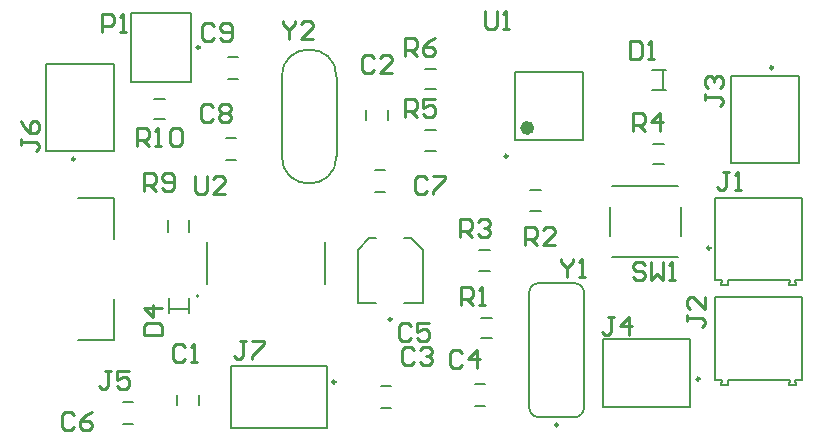
<source format=gto>
G04*
G04 #@! TF.GenerationSoftware,Altium Limited,Altium Designer,23.10.1 (27)*
G04*
G04 Layer_Color=65535*
%FSLAX44Y44*%
%MOMM*%
G71*
G04*
G04 #@! TF.SameCoordinates,6DCF6F86-7F1A-4F0B-A0EF-7BE1420FD810*
G04*
G04*
G04 #@! TF.FilePolarity,Positive*
G04*
G01*
G75*
%ADD10C,0.2500*%
%ADD11C,0.2000*%
%ADD12C,0.6000*%
%ADD13C,0.1270*%
%ADD14C,0.2540*%
D10*
X433200Y595630D02*
G03*
X433200Y595630I-1250J0D01*
G01*
X547980Y312420D02*
G03*
X547980Y312420I-1250J0D01*
G01*
X918360Y578420D02*
G03*
X918360Y578420I-1250J0D01*
G01*
X856330Y314960D02*
G03*
X856330Y314960I-1250J0D01*
G01*
X736580Y276110D02*
G03*
X736580Y276110I-1250J0D01*
G01*
X865510Y425810D02*
G03*
X865510Y425810I-1250J0D01*
G01*
X693730Y503600D02*
G03*
X693730Y503600I-1250J0D01*
G01*
X327470Y501080D02*
G03*
X327470Y501080I-1250J0D01*
G01*
X595610Y365400D02*
G03*
X595610Y365400I-1250J0D01*
G01*
D11*
X502530Y503710D02*
G03*
X549030Y503710I23250J0D01*
G01*
Y570710D02*
G03*
X502530Y570710I-23250J0D01*
G01*
X432400Y385250D02*
G03*
X432400Y385250I-1000J0D01*
G01*
X712080Y290860D02*
G03*
X720330Y282610I8250J0D01*
G01*
X750330Y282610D02*
G03*
X758580Y290860I0J8250D01*
G01*
Y387860D02*
G03*
X750330Y396110I-8250J0D01*
G01*
X720330Y396110D02*
G03*
X712080Y387860I0J-8250D01*
G01*
X374650Y566630D02*
Y624630D01*
X425450D01*
X374650Y566630D02*
X425450D01*
Y624630D01*
X394089Y552351D02*
X403556D01*
X394089Y534769D02*
X403556D01*
X549030Y503710D02*
Y570710D01*
X502530Y503710D02*
Y570710D01*
X456776Y568559D02*
X465244D01*
X456776Y587141D02*
X465244D01*
X455506Y499979D02*
X463974D01*
X455506Y518561D02*
X463974D01*
X540980Y273320D02*
Y326120D01*
X459780D02*
X540980D01*
X459780Y273320D02*
Y326120D01*
Y273320D02*
X540980D01*
X407540Y373940D02*
X423040D01*
X423790Y371190D02*
Y383190D01*
X406790Y371190D02*
Y383190D01*
X432201Y292946D02*
Y301414D01*
X413619Y292946D02*
Y301414D01*
X367876Y276459D02*
X376344D01*
X367876Y295041D02*
X376344D01*
X360830Y347910D02*
Y382610D01*
Y433610D02*
Y468310D01*
X330330Y347910D02*
X360830D01*
X330330Y468310D02*
X360830D01*
X869320Y398350D02*
Y468350D01*
X943320Y398350D02*
Y468350D01*
X869320D02*
X943320D01*
X931770Y394350D02*
X938270D01*
X937520Y398350D02*
X938270Y394350D01*
X931770D02*
X932520Y398350D01*
X937520D02*
X943320D01*
X880120D02*
X880870Y394350D01*
X874370D02*
X875120Y398350D01*
X874370Y394350D02*
X880870D01*
X869320Y398350D02*
X875120D01*
X880120D02*
X932520D01*
X940610Y497670D02*
Y571670D01*
X883110Y497670D02*
X940610D01*
X883110D02*
Y571670D01*
X940610D01*
X848330Y291460D02*
Y348960D01*
X774330D02*
X848330D01*
X774330Y291460D02*
Y348960D01*
Y291460D02*
X848330D01*
X424081Y439766D02*
Y449234D01*
X406499Y439766D02*
Y449234D01*
X869320Y313970D02*
Y383970D01*
X943320Y313970D02*
Y383970D01*
X869320D02*
X943320D01*
X931770Y309970D02*
X938270D01*
X937520Y313970D02*
X938270Y309970D01*
X931770D02*
X932520Y313970D01*
X937520D02*
X943320D01*
X880120D02*
X880870Y309970D01*
X874370D02*
X875120Y313970D01*
X874370Y309970D02*
X880870D01*
X869320Y313970D02*
X875120D01*
X880120D02*
X932520D01*
X758580Y290860D02*
Y387860D01*
X712080Y290860D02*
Y387860D01*
X720330Y396110D02*
X750330D01*
X720330Y282610D02*
X750330D01*
X750330Y282610D01*
X712816Y457299D02*
X722284D01*
X712816Y474881D02*
X722284D01*
X586794Y290429D02*
X595261D01*
X586794Y309011D02*
X595261D01*
X782010Y418310D02*
X838510D01*
X780260Y436060D02*
Y460560D01*
X782010Y478310D02*
X838510D01*
X840260Y436060D02*
Y460560D01*
X700480Y517600D02*
X757480D01*
X700480Y574600D02*
X757480D01*
X700480Y517600D02*
Y574600D01*
X757480Y517600D02*
Y574600D01*
X302720Y507830D02*
X360220D01*
Y581830D01*
X302720D02*
X360220D01*
X302720Y507830D02*
Y581830D01*
X611860Y433900D02*
X621860Y423900D01*
X566860D02*
X576860Y433900D01*
X606110D02*
X611860D01*
X576860D02*
X582610D01*
X621860Y378900D02*
Y423900D01*
X566860Y378900D02*
Y423900D01*
Y378900D02*
X582610D01*
X606110D02*
X621860D01*
X581236Y473309D02*
X589704D01*
X581236Y491891D02*
X589704D01*
X670906Y366931D02*
X680374D01*
X670906Y349349D02*
X680374D01*
X669679Y424081D02*
X679146D01*
X669679Y406499D02*
X679146D01*
X592221Y534246D02*
Y542714D01*
X573639Y534246D02*
Y542714D01*
X825220Y559940D02*
Y575440D01*
X815970Y576190D02*
X827970D01*
X815970Y559190D02*
X827970D01*
X816956Y514251D02*
X826424D01*
X816956Y496669D02*
X826424D01*
X623916Y525681D02*
X633384D01*
X623916Y508099D02*
X633384D01*
X623916Y577751D02*
X633384D01*
X623916Y560169D02*
X633384D01*
X666326Y291699D02*
X674794D01*
X666326Y310281D02*
X674794D01*
D12*
X713480Y527600D02*
G03*
X713480Y527600I-3000J0D01*
G01*
D13*
X438950Y395000D02*
Y430500D01*
X538950Y395000D02*
Y430500D01*
D14*
X350523Y608332D02*
Y623568D01*
X358141D01*
X360680Y621028D01*
Y615950D01*
X358141Y613411D01*
X350523D01*
X365758Y608332D02*
X370837D01*
X368298D01*
Y623568D01*
X365758Y621028D01*
X379736Y511813D02*
Y527048D01*
X387354D01*
X389893Y524508D01*
Y519430D01*
X387354Y516891D01*
X379736D01*
X384814D02*
X389893Y511813D01*
X394971D02*
X400050D01*
X397510D01*
Y527048D01*
X394971Y524508D01*
X407667D02*
X410206Y527048D01*
X415285D01*
X417824Y524508D01*
Y514352D01*
X415285Y511813D01*
X410206D01*
X407667Y514352D01*
Y524508D01*
X503936Y617977D02*
Y615438D01*
X509014Y610359D01*
X514093Y615438D01*
Y617977D01*
X509014Y610359D02*
Y602742D01*
X529328D02*
X519171D01*
X529328Y612899D01*
Y615438D01*
X526789Y617977D01*
X521710D01*
X519171Y615438D01*
X445513Y613406D02*
X442974Y615945D01*
X437895D01*
X435356Y613406D01*
Y603249D01*
X437895Y600710D01*
X442974D01*
X445513Y603249D01*
X450591D02*
X453130Y600710D01*
X458209D01*
X460748Y603249D01*
Y613406D01*
X458209Y615945D01*
X453130D01*
X450591Y613406D01*
Y610867D01*
X453130Y608327D01*
X460748D01*
X444243Y544826D02*
X441703Y547365D01*
X436625D01*
X434086Y544826D01*
Y534669D01*
X436625Y532130D01*
X441703D01*
X444243Y534669D01*
X449321Y544826D02*
X451860Y547365D01*
X456939D01*
X459478Y544826D01*
Y542287D01*
X456939Y539748D01*
X459478Y537208D01*
Y534669D01*
X456939Y532130D01*
X451860D01*
X449321Y534669D01*
Y537208D01*
X451860Y539748D01*
X449321Y542287D01*
Y544826D01*
X451860Y539748D02*
X456939D01*
X472441Y346707D02*
X467363D01*
X469902D01*
Y334012D01*
X467363Y331473D01*
X464823D01*
X462284Y334012D01*
X477519Y346707D02*
X487676D01*
Y344168D01*
X477519Y334012D01*
Y331473D01*
X739143Y416558D02*
Y414018D01*
X744222Y408940D01*
X749300Y414018D01*
Y416558D01*
X744222Y408940D02*
Y401323D01*
X754378D02*
X759457D01*
X756918D01*
Y416558D01*
X754378Y414018D01*
X281943Y518161D02*
Y513083D01*
Y515622D01*
X294638D01*
X297178Y513083D01*
Y510543D01*
X294638Y508004D01*
X281943Y533396D02*
X284482Y528317D01*
X289560Y523239D01*
X294638D01*
X297178Y525778D01*
Y530857D01*
X294638Y533396D01*
X292099D01*
X289560Y530857D01*
Y523239D01*
X358141Y321307D02*
X353063D01*
X355602D01*
Y308612D01*
X353063Y306073D01*
X350523D01*
X347984Y308612D01*
X373376Y321307D02*
X363219D01*
Y313690D01*
X368298Y316229D01*
X370837D01*
X373376Y313690D01*
Y308612D01*
X370837Y306073D01*
X365758D01*
X363219Y308612D01*
X429264Y486408D02*
Y473712D01*
X431803Y471172D01*
X436882D01*
X439421Y473712D01*
Y486408D01*
X454656Y471172D02*
X444499D01*
X454656Y481329D01*
Y483868D01*
X452117Y486408D01*
X447038D01*
X444499Y483868D01*
X674370Y626105D02*
Y613409D01*
X676909Y610870D01*
X681988D01*
X684527Y613409D01*
Y626105D01*
X689605Y610870D02*
X694683D01*
X692144D01*
Y626105D01*
X689605Y623566D01*
X810263Y411478D02*
X807723Y414017D01*
X802645D01*
X800106Y411478D01*
Y408939D01*
X802645Y406400D01*
X807723D01*
X810263Y403861D01*
Y401322D01*
X807723Y398783D01*
X802645D01*
X800106Y401322D01*
X815341Y414017D02*
Y398783D01*
X820419Y403861D01*
X825498Y398783D01*
Y414017D01*
X830576Y398783D02*
X835654D01*
X833115D01*
Y414017D01*
X830576Y411478D01*
X386084Y473713D02*
Y488947D01*
X393702D01*
X396241Y486408D01*
Y481330D01*
X393702Y478791D01*
X386084D01*
X391162D02*
X396241Y473713D01*
X401319Y476252D02*
X403858Y473713D01*
X408937D01*
X411476Y476252D01*
Y486408D01*
X408937Y488947D01*
X403858D01*
X401319Y486408D01*
Y483869D01*
X403858Y481330D01*
X411476D01*
X607314Y588772D02*
Y604007D01*
X614931D01*
X617471Y601468D01*
Y596390D01*
X614931Y593850D01*
X607314D01*
X612392D02*
X617471Y588772D01*
X632706Y604007D02*
X627627Y601468D01*
X622549Y596390D01*
Y591311D01*
X625088Y588772D01*
X630167D01*
X632706Y591311D01*
Y593850D01*
X630167Y596390D01*
X622549D01*
X607314Y536702D02*
Y551937D01*
X614931D01*
X617471Y549398D01*
Y544319D01*
X614931Y541780D01*
X607314D01*
X612392D02*
X617471Y536702D01*
X632706Y551937D02*
X622549D01*
Y544319D01*
X627627Y546859D01*
X630167D01*
X632706Y544319D01*
Y539241D01*
X630167Y536702D01*
X625088D01*
X622549Y539241D01*
X800354Y525272D02*
Y540507D01*
X807971D01*
X810511Y537968D01*
Y532890D01*
X807971Y530350D01*
X800354D01*
X805432D02*
X810511Y525272D01*
X823207D02*
Y540507D01*
X815589Y532890D01*
X825746D01*
X653288Y435102D02*
Y450337D01*
X660906D01*
X663445Y447798D01*
Y442719D01*
X660906Y440180D01*
X653288D01*
X658366D02*
X663445Y435102D01*
X668523Y447798D02*
X671062Y450337D01*
X676141D01*
X678680Y447798D01*
Y445259D01*
X676141Y442719D01*
X673601D01*
X676141D01*
X678680Y440180D01*
Y437641D01*
X676141Y435102D01*
X671062D01*
X668523Y437641D01*
X708622Y427993D02*
Y443228D01*
X716239D01*
X718778Y440688D01*
Y435610D01*
X716239Y433071D01*
X708622D01*
X713700D02*
X718778Y427993D01*
X734014D02*
X723857D01*
X734014Y438149D01*
Y440688D01*
X731474Y443228D01*
X726396D01*
X723857Y440688D01*
X654304Y377952D02*
Y393187D01*
X661921D01*
X664461Y390648D01*
Y385569D01*
X661921Y383030D01*
X654304D01*
X659382D02*
X664461Y377952D01*
X669539D02*
X674617D01*
X672078D01*
Y393187D01*
X669539Y390648D01*
X783591Y367028D02*
X778512D01*
X781052D01*
Y354332D01*
X778512Y351792D01*
X775973D01*
X773434Y354332D01*
X796287Y351792D02*
Y367028D01*
X788669Y359410D01*
X798826D01*
X861062Y556261D02*
Y551183D01*
Y553722D01*
X873758D01*
X876298Y551183D01*
Y548643D01*
X873758Y546104D01*
X863602Y561339D02*
X861062Y563878D01*
Y568957D01*
X863602Y571496D01*
X866141D01*
X868680Y568957D01*
Y566418D01*
Y568957D01*
X871219Y571496D01*
X873758D01*
X876298Y568957D01*
Y563878D01*
X873758Y561339D01*
X845823Y369011D02*
Y363932D01*
Y366472D01*
X858518D01*
X861058Y363932D01*
Y361393D01*
X858518Y358854D01*
X861058Y384246D02*
Y374089D01*
X850901Y384246D01*
X848362D01*
X845823Y381707D01*
Y376628D01*
X848362Y374089D01*
X881380Y490218D02*
X876302D01*
X878841D01*
Y477522D01*
X876302Y474982D01*
X873763D01*
X871223Y477522D01*
X886458Y474982D02*
X891537D01*
X888998D01*
Y490218D01*
X886458Y487678D01*
X386082Y351794D02*
X401317D01*
Y359412D01*
X398778Y361951D01*
X388622D01*
X386082Y359412D01*
Y351794D01*
X401317Y374647D02*
X386082D01*
X393700Y367029D01*
Y377186D01*
X797560Y600959D02*
Y585724D01*
X805178D01*
X807717Y588263D01*
Y598420D01*
X805178Y600959D01*
X797560D01*
X812795Y585724D02*
X817873D01*
X815334D01*
Y600959D01*
X812795Y598420D01*
X625633Y483868D02*
X623094Y486408D01*
X618016D01*
X615476Y483868D01*
Y473712D01*
X618016Y471172D01*
X623094D01*
X625633Y473712D01*
X630712Y486408D02*
X640868D01*
Y483868D01*
X630712Y473712D01*
Y471172D01*
X326391Y284478D02*
X323852Y287017D01*
X318773D01*
X316234Y284478D01*
Y274322D01*
X318773Y271782D01*
X323852D01*
X326391Y274322D01*
X341626Y287017D02*
X336548Y284478D01*
X331469Y279400D01*
Y274322D01*
X334008Y271782D01*
X339087D01*
X341626Y274322D01*
Y276861D01*
X339087Y279400D01*
X331469D01*
X612141Y359408D02*
X609602Y361948D01*
X604523D01*
X601984Y359408D01*
Y349252D01*
X604523Y346712D01*
X609602D01*
X612141Y349252D01*
X627376Y361948D02*
X617219D01*
Y354330D01*
X622298Y356869D01*
X624837D01*
X627376Y354330D01*
Y349252D01*
X624837Y346712D01*
X619758D01*
X617219Y349252D01*
X655063Y336546D02*
X652523Y339085D01*
X647445D01*
X644906Y336546D01*
Y326389D01*
X647445Y323850D01*
X652523D01*
X655063Y326389D01*
X667759Y323850D02*
Y339085D01*
X660141Y331468D01*
X670298D01*
X614681Y339088D02*
X612142Y341628D01*
X607063D01*
X604524Y339088D01*
Y328932D01*
X607063Y326393D01*
X612142D01*
X614681Y328932D01*
X619759Y339088D02*
X622298Y341628D01*
X627377D01*
X629916Y339088D01*
Y336549D01*
X627377Y334010D01*
X624837D01*
X627377D01*
X629916Y331471D01*
Y328932D01*
X627377Y326393D01*
X622298D01*
X619759Y328932D01*
X580387Y586990D02*
X577848Y589529D01*
X572769D01*
X570230Y586990D01*
Y576833D01*
X572769Y574294D01*
X577848D01*
X580387Y576833D01*
X595622Y574294D02*
X585465D01*
X595622Y584451D01*
Y586990D01*
X593083Y589529D01*
X588004D01*
X585465Y586990D01*
X420370Y341628D02*
X417831Y344168D01*
X412752D01*
X410213Y341628D01*
Y331472D01*
X412752Y328932D01*
X417831D01*
X420370Y331472D01*
X425448Y328932D02*
X430527D01*
X427988D01*
Y344168D01*
X425448Y341628D01*
M02*

</source>
